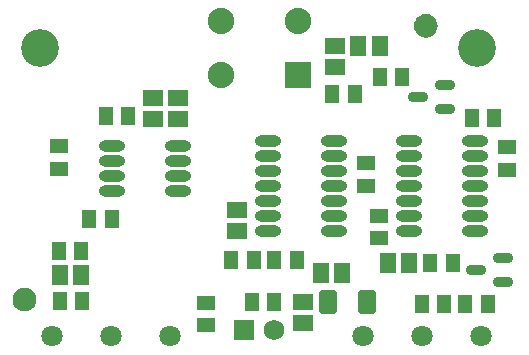
<source format=gts>
G04 Layer_Color=8388736*
%FSLAX24Y24*%
%MOIN*%
G70*
G01*
G75*
%ADD32R,0.0631X0.0493*%
%ADD33R,0.0493X0.0631*%
%ADD34O,0.0880X0.0375*%
%ADD35R,0.0651X0.0533*%
%ADD36R,0.0533X0.0651*%
%ADD37O,0.0671X0.0361*%
G04:AMPARAMS|DCode=38|XSize=59.2mil|YSize=80mil|CornerRadius=6.6mil|HoleSize=0mil|Usage=FLASHONLY|Rotation=0.000|XOffset=0mil|YOffset=0mil|HoleType=Round|Shape=RoundedRectangle|*
%AMROUNDEDRECTD38*
21,1,0.0592,0.0669,0,0,0.0*
21,1,0.0461,0.0800,0,0,0.0*
1,1,0.0131,0.0230,-0.0335*
1,1,0.0131,-0.0230,-0.0335*
1,1,0.0131,-0.0230,0.0335*
1,1,0.0131,0.0230,0.0335*
%
%ADD38ROUNDEDRECTD38*%
%ADD39C,0.1261*%
%ADD40C,0.0710*%
%ADD41R,0.0680X0.0680*%
%ADD42C,0.0680*%
%ADD43C,0.0880*%
%ADD44R,0.0880X0.0880*%
G36*
X51136Y37736D02*
X51232Y37696D01*
X51314Y37633D01*
X51377Y37551D01*
X51417Y37455D01*
X51431Y37352D01*
X51417Y37250D01*
X51377Y37154D01*
X51314Y37072D01*
X51232Y37008D01*
X51136Y36969D01*
X51033Y36955D01*
X50931Y36969D01*
X50835Y37008D01*
X50753Y37072D01*
X50690Y37154D01*
X50650Y37250D01*
X50636Y37352D01*
X50650Y37455D01*
X50690Y37551D01*
X50753Y37633D01*
X50835Y37696D01*
X50931Y37736D01*
X51033Y37749D01*
X51136Y37736D01*
D02*
G37*
G36*
X37760Y28612D02*
X37856Y28572D01*
X37938Y28509D01*
X38001Y28427D01*
X38041Y28331D01*
X38055Y28228D01*
X38041Y28126D01*
X38001Y28030D01*
X37938Y27948D01*
X37856Y27884D01*
X37760Y27845D01*
X37657Y27831D01*
X37555Y27845D01*
X37459Y27884D01*
X37377Y27948D01*
X37314Y28030D01*
X37274Y28126D01*
X37260Y28228D01*
X37274Y28331D01*
X37314Y28427D01*
X37377Y28509D01*
X37459Y28572D01*
X37555Y28612D01*
X37657Y28625D01*
X37760Y28612D01*
D02*
G37*
D32*
X43701Y28130D02*
D03*
Y27382D02*
D03*
X38799Y32589D02*
D03*
Y33337D02*
D03*
X49045Y32018D02*
D03*
Y32766D02*
D03*
X49459Y31014D02*
D03*
Y30266D02*
D03*
X53740Y32559D02*
D03*
Y33307D02*
D03*
D33*
X45226Y28159D02*
D03*
X45974D02*
D03*
X39813Y30925D02*
D03*
X40561D02*
D03*
X53091Y28081D02*
D03*
X52343D02*
D03*
X41112Y34341D02*
D03*
X40364D02*
D03*
X39587Y28169D02*
D03*
X38839D02*
D03*
X39547Y29862D02*
D03*
X38799D02*
D03*
X51644Y28081D02*
D03*
X50896D02*
D03*
X47923Y35069D02*
D03*
X48671D02*
D03*
X51929Y29459D02*
D03*
X51181D02*
D03*
X52559Y34272D02*
D03*
X53307D02*
D03*
X45984Y29547D02*
D03*
X46732D02*
D03*
X49498Y35640D02*
D03*
X50246D02*
D03*
X45295Y29547D02*
D03*
X44547D02*
D03*
D34*
X40571Y33337D02*
D03*
Y32837D02*
D03*
X42771D02*
D03*
Y33337D02*
D03*
X40571Y31837D02*
D03*
X42771D02*
D03*
X40571Y32337D02*
D03*
X42771D02*
D03*
X47963Y30512D02*
D03*
Y31012D02*
D03*
X45763Y30512D02*
D03*
Y31012D02*
D03*
X47963Y33512D02*
D03*
Y32012D02*
D03*
Y32512D02*
D03*
Y33012D02*
D03*
X45763Y33512D02*
D03*
Y32012D02*
D03*
Y32512D02*
D03*
Y33012D02*
D03*
X47963Y31512D02*
D03*
X45763D02*
D03*
X52687Y30512D02*
D03*
Y31012D02*
D03*
X50487Y30512D02*
D03*
Y31012D02*
D03*
X52687Y33512D02*
D03*
Y32012D02*
D03*
Y32512D02*
D03*
Y33012D02*
D03*
X50487Y33512D02*
D03*
Y32012D02*
D03*
Y32512D02*
D03*
Y33012D02*
D03*
X52687Y31512D02*
D03*
X50487D02*
D03*
D35*
X42766Y34252D02*
D03*
Y34961D02*
D03*
X44734Y31220D02*
D03*
Y30512D02*
D03*
X47992Y36683D02*
D03*
Y35974D02*
D03*
X46929Y27441D02*
D03*
Y28150D02*
D03*
X41929Y34961D02*
D03*
Y34252D02*
D03*
D36*
X39547Y29035D02*
D03*
X38839D02*
D03*
X48789Y36683D02*
D03*
X49498D02*
D03*
X49774Y29459D02*
D03*
X50482D02*
D03*
X48238Y29104D02*
D03*
X47530D02*
D03*
D37*
X53607Y28829D02*
D03*
Y29629D02*
D03*
X52697Y29229D02*
D03*
X51668Y34596D02*
D03*
Y35396D02*
D03*
X50758Y34996D02*
D03*
D38*
X47785Y28159D02*
D03*
X49085D02*
D03*
D39*
X52756Y36614D02*
D03*
X38189D02*
D03*
D40*
X40541Y27018D02*
D03*
X38573D02*
D03*
X52874D02*
D03*
X50906D02*
D03*
X48937D02*
D03*
X42510D02*
D03*
D41*
X44980Y27205D02*
D03*
D42*
X45980D02*
D03*
D43*
X44213Y37509D02*
D03*
Y35709D02*
D03*
X46763Y37509D02*
D03*
D44*
Y35709D02*
D03*
M02*

</source>
